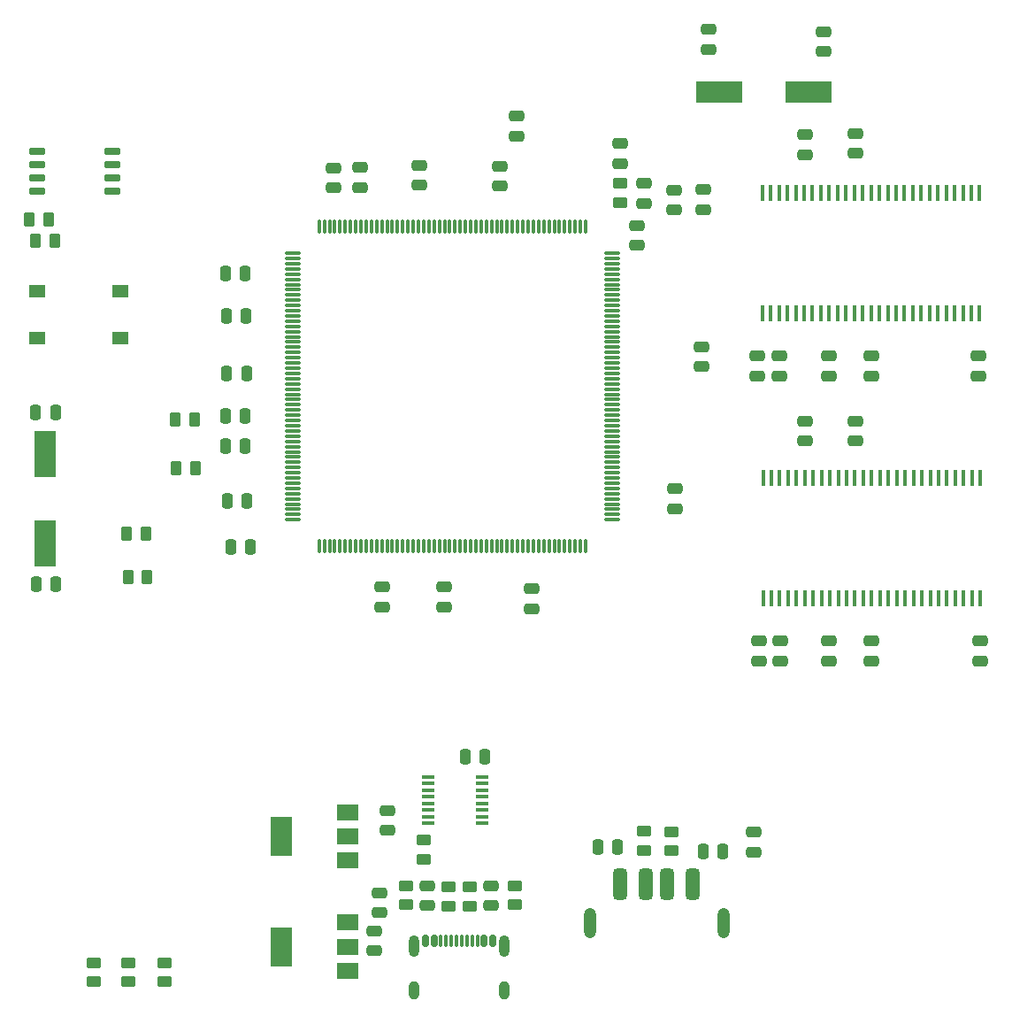
<source format=gbr>
%TF.GenerationSoftware,KiCad,Pcbnew,7.0.10*%
%TF.CreationDate,2024-02-10T01:25:09-05:00*%
%TF.ProjectId,9260-first,39323630-2d66-4697-9273-742e6b696361,rev?*%
%TF.SameCoordinates,Original*%
%TF.FileFunction,Paste,Top*%
%TF.FilePolarity,Positive*%
%FSLAX46Y46*%
G04 Gerber Fmt 4.6, Leading zero omitted, Abs format (unit mm)*
G04 Created by KiCad (PCBNEW 7.0.10) date 2024-02-10 01:25:09*
%MOMM*%
%LPD*%
G01*
G04 APERTURE LIST*
G04 Aperture macros list*
%AMRoundRect*
0 Rectangle with rounded corners*
0 $1 Rounding radius*
0 $2 $3 $4 $5 $6 $7 $8 $9 X,Y pos of 4 corners*
0 Add a 4 corners polygon primitive as box body*
4,1,4,$2,$3,$4,$5,$6,$7,$8,$9,$2,$3,0*
0 Add four circle primitives for the rounded corners*
1,1,$1+$1,$2,$3*
1,1,$1+$1,$4,$5*
1,1,$1+$1,$6,$7*
1,1,$1+$1,$8,$9*
0 Add four rect primitives between the rounded corners*
20,1,$1+$1,$2,$3,$4,$5,0*
20,1,$1+$1,$4,$5,$6,$7,0*
20,1,$1+$1,$6,$7,$8,$9,0*
20,1,$1+$1,$8,$9,$2,$3,0*%
G04 Aperture macros list end*
%ADD10RoundRect,0.250000X0.450000X-0.262500X0.450000X0.262500X-0.450000X0.262500X-0.450000X-0.262500X0*%
%ADD11O,1.200000X2.900000*%
%ADD12RoundRect,0.325000X-0.325000X-1.175000X0.325000X-1.175000X0.325000X1.175000X-0.325000X1.175000X0*%
%ADD13RoundRect,0.250000X-0.475000X0.250000X-0.475000X-0.250000X0.475000X-0.250000X0.475000X0.250000X0*%
%ADD14RoundRect,0.250000X-0.250000X-0.475000X0.250000X-0.475000X0.250000X0.475000X-0.250000X0.475000X0*%
%ADD15RoundRect,0.250000X0.250000X0.475000X-0.250000X0.475000X-0.250000X-0.475000X0.250000X-0.475000X0*%
%ADD16RoundRect,0.250000X0.475000X-0.250000X0.475000X0.250000X-0.475000X0.250000X-0.475000X-0.250000X0*%
%ADD17R,0.458000X1.510000*%
%ADD18RoundRect,0.150000X-0.650000X-0.150000X0.650000X-0.150000X0.650000X0.150000X-0.650000X0.150000X0*%
%ADD19R,1.550000X1.300000*%
%ADD20RoundRect,0.250000X0.262500X0.450000X-0.262500X0.450000X-0.262500X-0.450000X0.262500X-0.450000X0*%
%ADD21RoundRect,0.250000X-0.450000X0.262500X-0.450000X-0.262500X0.450000X-0.262500X0.450000X0.262500X0*%
%ADD22O,1.000000X1.800000*%
%ADD23O,1.000000X2.100000*%
%ADD24RoundRect,0.150000X-0.150000X-0.425000X0.150000X-0.425000X0.150000X0.425000X-0.150000X0.425000X0*%
%ADD25RoundRect,0.075000X-0.075000X-0.500000X0.075000X-0.500000X0.075000X0.500000X-0.075000X0.500000X0*%
%ADD26R,1.200000X0.400000*%
%ADD27R,2.000000X1.500000*%
%ADD28R,2.000000X3.800000*%
%ADD29R,4.500000X2.000000*%
%ADD30R,2.000000X4.500000*%
%ADD31RoundRect,0.038400X-0.711600X-0.121600X0.711600X-0.121600X0.711600X0.121600X-0.711600X0.121600X0*%
%ADD32RoundRect,0.160000X0.000000X-0.590000X0.000000X-0.590000X0.000000X0.590000X0.000000X0.590000X0*%
%ADD33RoundRect,0.250000X-0.262500X-0.450000X0.262500X-0.450000X0.262500X0.450000X-0.262500X0.450000X0*%
G04 APERTURE END LIST*
D10*
%TO.C,R20*%
X90600000Y-113100000D03*
X90600000Y-111275000D03*
%TD*%
%TO.C,R19*%
X93200000Y-113112500D03*
X93200000Y-111287500D03*
%TD*%
D11*
%TO.C,J4*%
X85400000Y-120000000D03*
X98200000Y-120000000D03*
D12*
X88300000Y-116300000D03*
X90800000Y-116300000D03*
X92800000Y-116300000D03*
X95300000Y-116300000D03*
%TD*%
D13*
%TO.C,C53*%
X101100000Y-111350000D03*
X101100000Y-113250000D03*
%TD*%
D14*
%TO.C,C52*%
X86200000Y-112800000D03*
X88100000Y-112800000D03*
%TD*%
D15*
%TO.C,C51*%
X98150000Y-113200000D03*
X96250000Y-113200000D03*
%TD*%
D13*
%TO.C,C22*%
X66040000Y-109286000D03*
X66040000Y-111186000D03*
%TD*%
D15*
%TO.C,C4*%
X52451000Y-71501000D03*
X50551000Y-71501000D03*
%TD*%
%TO.C,C17*%
X75387750Y-104156750D03*
X73487750Y-104156750D03*
%TD*%
%TO.C,C5*%
X52959000Y-84074000D03*
X51059000Y-84074000D03*
%TD*%
D16*
%TO.C,C10*%
X78410000Y-44760000D03*
X78410000Y-42860000D03*
%TD*%
D10*
%TO.C,R9*%
X67818000Y-118284000D03*
X67818000Y-116459000D03*
%TD*%
D16*
%TO.C,C46*%
X122644000Y-67686000D03*
X122644000Y-65786000D03*
%TD*%
%TO.C,C11*%
X93470000Y-51810000D03*
X93470000Y-49910000D03*
%TD*%
%TO.C,C38*%
X112395000Y-94956000D03*
X112395000Y-93056000D03*
%TD*%
D17*
%TO.C,U6*%
X101932000Y-61665000D03*
X102732000Y-61665000D03*
X103532000Y-61665000D03*
X104332000Y-61665000D03*
X105132000Y-61665000D03*
X105932000Y-61665000D03*
X106732000Y-61665000D03*
X107532000Y-61665000D03*
X108332000Y-61665000D03*
X109132000Y-61665000D03*
X109932000Y-61665000D03*
X110732000Y-61665000D03*
X111532000Y-61665000D03*
X112332000Y-61665000D03*
X113132000Y-61665000D03*
X113932000Y-61665000D03*
X114732000Y-61665000D03*
X115532000Y-61665000D03*
X116332000Y-61665000D03*
X117132000Y-61665000D03*
X117932000Y-61665000D03*
X118732000Y-61665000D03*
X119532000Y-61665000D03*
X120332000Y-61665000D03*
X121132000Y-61665000D03*
X121932000Y-61665000D03*
X122732000Y-61665000D03*
X122732000Y-50165000D03*
X121932000Y-50165000D03*
X121132000Y-50165000D03*
X120332000Y-50165000D03*
X119532000Y-50165000D03*
X118732000Y-50165000D03*
X117932000Y-50165000D03*
X117132000Y-50165000D03*
X116332000Y-50165000D03*
X115532000Y-50165000D03*
X114732000Y-50165000D03*
X113932000Y-50165000D03*
X113132000Y-50165000D03*
X112332000Y-50165000D03*
X111532000Y-50165000D03*
X110732000Y-50165000D03*
X109932000Y-50165000D03*
X109132000Y-50165000D03*
X108332000Y-50165000D03*
X107532000Y-50165000D03*
X106732000Y-50165000D03*
X105932000Y-50165000D03*
X105132000Y-50165000D03*
X104332000Y-50165000D03*
X103532000Y-50165000D03*
X102732000Y-50165000D03*
X101932000Y-50165000D03*
%TD*%
D18*
%TO.C,U8*%
X32500000Y-46245000D03*
X32500000Y-47515000D03*
X32500000Y-48785000D03*
X32500000Y-50055000D03*
X39700000Y-50055000D03*
X39700000Y-48785000D03*
X39700000Y-47515000D03*
X39700000Y-46245000D03*
%TD*%
D16*
%TO.C,C43*%
X103594000Y-67681000D03*
X103594000Y-65781000D03*
%TD*%
%TO.C,C21*%
X64770000Y-122677000D03*
X64770000Y-120777000D03*
%TD*%
D19*
%TO.C,SW1*%
X32550000Y-59600000D03*
X40500000Y-59600000D03*
X32550000Y-64100000D03*
X40500000Y-64100000D03*
%TD*%
D20*
%TO.C,R3*%
X34212500Y-54800000D03*
X32387500Y-54800000D03*
%TD*%
D21*
%TO.C,R8*%
X69500000Y-112100000D03*
X69500000Y-113925000D03*
%TD*%
D10*
%TO.C,R11*%
X37973000Y-125650000D03*
X37973000Y-123825000D03*
%TD*%
D13*
%TO.C,C18*%
X65278000Y-117160000D03*
X65278000Y-119060000D03*
%TD*%
%TO.C,C12*%
X89920000Y-53290000D03*
X89920000Y-55190000D03*
%TD*%
%TO.C,C41*%
X110808000Y-44485000D03*
X110808000Y-46385000D03*
%TD*%
D16*
%TO.C,C44*%
X108293000Y-67686000D03*
X108293000Y-65786000D03*
%TD*%
D22*
%TO.C,J2*%
X77218000Y-126460000D03*
D23*
X77218000Y-122280000D03*
D22*
X68578000Y-126460000D03*
D23*
X68578000Y-122280000D03*
D24*
X69698000Y-121705000D03*
X70498000Y-121705000D03*
D25*
X71148000Y-121705000D03*
X72148000Y-121705000D03*
X73648000Y-121705000D03*
X74648000Y-121705000D03*
D24*
X75298000Y-121705000D03*
X76098000Y-121705000D03*
X76098000Y-121705000D03*
X75298000Y-121705000D03*
D25*
X74148000Y-121705000D03*
X73148000Y-121705000D03*
X72648000Y-121705000D03*
X71648000Y-121705000D03*
D24*
X70498000Y-121705000D03*
X69698000Y-121705000D03*
%TD*%
D26*
%TO.C,U4*%
X69926750Y-106061750D03*
X69926750Y-106696750D03*
X69926750Y-107331750D03*
X69926750Y-107966750D03*
X69926750Y-108601750D03*
X69926750Y-109236750D03*
X69926750Y-109871750D03*
X69926750Y-110506750D03*
X75126750Y-110506750D03*
X75126750Y-109871750D03*
X75126750Y-109236750D03*
X75126750Y-108601750D03*
X75126750Y-107966750D03*
X75126750Y-107331750D03*
X75126750Y-106696750D03*
X75126750Y-106061750D03*
%TD*%
D13*
%TO.C,C14*%
X107830000Y-34740000D03*
X107830000Y-36640000D03*
%TD*%
D20*
%TO.C,R2*%
X47592500Y-71900000D03*
X45767500Y-71900000D03*
%TD*%
D27*
%TO.C,U3*%
X62230000Y-124587000D03*
X62230000Y-122287000D03*
D28*
X55930000Y-122287000D03*
D27*
X62230000Y-119987000D03*
%TD*%
D13*
%TO.C,C8*%
X93599000Y-80391000D03*
X93599000Y-78491000D03*
%TD*%
D17*
%TO.C,U5*%
X101995000Y-88935000D03*
X102795000Y-88935000D03*
X103595000Y-88935000D03*
X104395000Y-88935000D03*
X105195000Y-88935000D03*
X105995000Y-88935000D03*
X106795000Y-88935000D03*
X107595000Y-88935000D03*
X108395000Y-88935000D03*
X109195000Y-88935000D03*
X109995000Y-88935000D03*
X110795000Y-88935000D03*
X111595000Y-88935000D03*
X112395000Y-88935000D03*
X113195000Y-88935000D03*
X113995000Y-88935000D03*
X114795000Y-88935000D03*
X115595000Y-88935000D03*
X116395000Y-88935000D03*
X117195000Y-88935000D03*
X117995000Y-88935000D03*
X118795000Y-88935000D03*
X119595000Y-88935000D03*
X120395000Y-88935000D03*
X121195000Y-88935000D03*
X121995000Y-88935000D03*
X122795000Y-88935000D03*
X122795000Y-77435000D03*
X121995000Y-77435000D03*
X121195000Y-77435000D03*
X120395000Y-77435000D03*
X119595000Y-77435000D03*
X118795000Y-77435000D03*
X117995000Y-77435000D03*
X117195000Y-77435000D03*
X116395000Y-77435000D03*
X115595000Y-77435000D03*
X114795000Y-77435000D03*
X113995000Y-77435000D03*
X113195000Y-77435000D03*
X112395000Y-77435000D03*
X111595000Y-77435000D03*
X110795000Y-77435000D03*
X109995000Y-77435000D03*
X109195000Y-77435000D03*
X108395000Y-77435000D03*
X107595000Y-77435000D03*
X106795000Y-77435000D03*
X105995000Y-77435000D03*
X105195000Y-77435000D03*
X104395000Y-77435000D03*
X103595000Y-77435000D03*
X102795000Y-77435000D03*
X101995000Y-77435000D03*
%TD*%
D16*
%TO.C,C37*%
X108331000Y-94956000D03*
X108331000Y-93056000D03*
%TD*%
D20*
%TO.C,R1*%
X47675000Y-76530000D03*
X45850000Y-76530000D03*
%TD*%
D16*
%TO.C,C42*%
X101435000Y-67686000D03*
X101435000Y-65786000D03*
%TD*%
D29*
%TO.C,Y2*%
X97830000Y-40530000D03*
X106330000Y-40530000D03*
%TD*%
D13*
%TO.C,C30*%
X60910000Y-47780000D03*
X60910000Y-49680000D03*
%TD*%
D30*
%TO.C,Y1*%
X33274000Y-83684000D03*
X33274000Y-75184000D03*
%TD*%
D13*
%TO.C,C13*%
X96820000Y-36450000D03*
X96820000Y-34550000D03*
%TD*%
%TO.C,C23*%
X88334000Y-45470000D03*
X88334000Y-47370000D03*
%TD*%
D10*
%TO.C,R7*%
X71882000Y-118411000D03*
X71882000Y-116586000D03*
%TD*%
D31*
%TO.C,U1*%
X56963000Y-55957000D03*
X56963000Y-56457000D03*
X56963000Y-56957000D03*
X56963000Y-57457000D03*
X56963000Y-57957000D03*
X56963000Y-58457000D03*
X56963000Y-58957000D03*
X56963000Y-59457000D03*
X56963000Y-59957000D03*
X56963000Y-60457000D03*
X56963000Y-60957000D03*
X56963000Y-61457000D03*
X56963000Y-61957000D03*
X56963000Y-62457000D03*
X56963000Y-62957000D03*
X56963000Y-63457000D03*
X56963000Y-63957000D03*
X56963000Y-64457000D03*
X56963000Y-64957000D03*
X56963000Y-65457000D03*
X56963000Y-65957000D03*
X56963000Y-66457000D03*
X56963000Y-66957000D03*
X56963000Y-67457000D03*
X56963000Y-67957000D03*
X56963000Y-68457000D03*
X56963000Y-68957000D03*
X56963000Y-69457000D03*
X56963000Y-69957000D03*
X56963000Y-70457000D03*
X56963000Y-70957000D03*
X56963000Y-71457000D03*
X56963000Y-71957000D03*
X56963000Y-72457000D03*
X56963000Y-72957000D03*
X56963000Y-73457000D03*
X56963000Y-73957000D03*
X56963000Y-74457000D03*
X56963000Y-74957000D03*
X56963000Y-75457000D03*
X56963000Y-75957000D03*
X56963000Y-76457000D03*
X56963000Y-76957000D03*
X56963000Y-77457000D03*
X56963000Y-77957000D03*
X56963000Y-78457000D03*
X56963000Y-78957000D03*
X56963000Y-79457000D03*
X56963000Y-79957000D03*
X56963000Y-80457000D03*
X56963000Y-80957000D03*
X56963000Y-81457000D03*
D32*
X59513000Y-84007000D03*
X60013000Y-84007000D03*
X60513000Y-84007000D03*
X61013000Y-84007000D03*
X61513000Y-84007000D03*
X62013000Y-84007000D03*
X62513000Y-84007000D03*
X63013000Y-84007000D03*
X63513000Y-84007000D03*
X64013000Y-84007000D03*
X64513000Y-84007000D03*
X65013000Y-84007000D03*
X65513000Y-84007000D03*
X66013000Y-84007000D03*
X66513000Y-84007000D03*
X67013000Y-84007000D03*
X67513000Y-84007000D03*
X68013000Y-84007000D03*
X68513000Y-84007000D03*
X69013000Y-84007000D03*
X69513000Y-84007000D03*
X70013000Y-84007000D03*
X70513000Y-84007000D03*
X71013000Y-84007000D03*
X71513000Y-84007000D03*
X72013000Y-84007000D03*
X72513000Y-84007000D03*
X73013000Y-84007000D03*
X73513000Y-84007000D03*
X74013000Y-84007000D03*
X74513000Y-84007000D03*
X75013000Y-84007000D03*
X75513000Y-84007000D03*
X76013000Y-84007000D03*
X76513000Y-84007000D03*
X77013000Y-84007000D03*
X77513000Y-84007000D03*
X78013000Y-84007000D03*
X78513000Y-84007000D03*
X79013000Y-84007000D03*
X79513000Y-84007000D03*
X80013000Y-84007000D03*
X80513000Y-84007000D03*
X81013000Y-84007000D03*
X81513000Y-84007000D03*
X82013000Y-84007000D03*
X82513000Y-84007000D03*
X83013000Y-84007000D03*
X83513000Y-84007000D03*
X84013000Y-84007000D03*
X84513000Y-84007000D03*
X85013000Y-84007000D03*
D31*
X87563000Y-81457000D03*
X87563000Y-80957000D03*
X87563000Y-80457000D03*
X87563000Y-79957000D03*
X87563000Y-79457000D03*
X87563000Y-78957000D03*
X87563000Y-78457000D03*
X87563000Y-77957000D03*
X87563000Y-77457000D03*
X87563000Y-76957000D03*
X87563000Y-76457000D03*
X87563000Y-75957000D03*
X87563000Y-75457000D03*
X87563000Y-74957000D03*
X87563000Y-74457000D03*
X87563000Y-73957000D03*
X87563000Y-73457000D03*
X87563000Y-72957000D03*
X87563000Y-72457000D03*
X87563000Y-71957000D03*
X87563000Y-71457000D03*
X87563000Y-70957000D03*
X87563000Y-70457000D03*
X87563000Y-69957000D03*
X87563000Y-69457000D03*
X87563000Y-68957000D03*
X87563000Y-68457000D03*
X87563000Y-67957000D03*
X87563000Y-67457000D03*
X87563000Y-66957000D03*
X87563000Y-66457000D03*
X87563000Y-65957000D03*
X87563000Y-65457000D03*
X87563000Y-64957000D03*
X87563000Y-64457000D03*
X87563000Y-63957000D03*
X87563000Y-63457000D03*
X87563000Y-62957000D03*
X87563000Y-62457000D03*
X87563000Y-61957000D03*
X87563000Y-61457000D03*
X87563000Y-60957000D03*
X87563000Y-60457000D03*
X87563000Y-59957000D03*
X87563000Y-59457000D03*
X87563000Y-58957000D03*
X87563000Y-58457000D03*
X87563000Y-57957000D03*
X87563000Y-57457000D03*
X87563000Y-56957000D03*
X87563000Y-56457000D03*
X87563000Y-55957000D03*
D32*
X85013000Y-53407000D03*
X84513000Y-53407000D03*
X84013000Y-53407000D03*
X83513000Y-53407000D03*
X83013000Y-53407000D03*
X82513000Y-53407000D03*
X82013000Y-53407000D03*
X81513000Y-53407000D03*
X81013000Y-53407000D03*
X80513000Y-53407000D03*
X80013000Y-53407000D03*
X79513000Y-53407000D03*
X79013000Y-53407000D03*
X78513000Y-53407000D03*
X78013000Y-53407000D03*
X77513000Y-53407000D03*
X77013000Y-53407000D03*
X76513000Y-53407000D03*
X76013000Y-53407000D03*
X75513000Y-53407000D03*
X75013000Y-53407000D03*
X74513000Y-53407000D03*
X74013000Y-53407000D03*
X73513000Y-53407000D03*
X73013000Y-53407000D03*
X72513000Y-53407000D03*
X72013000Y-53407000D03*
X71513000Y-53407000D03*
X71013000Y-53407000D03*
X70513000Y-53407000D03*
X70013000Y-53407000D03*
X69513000Y-53407000D03*
X69013000Y-53407000D03*
X68513000Y-53407000D03*
X68013000Y-53407000D03*
X67513000Y-53407000D03*
X67013000Y-53407000D03*
X66513000Y-53407000D03*
X66013000Y-53407000D03*
X65513000Y-53407000D03*
X65013000Y-53407000D03*
X64513000Y-53407000D03*
X64013000Y-53407000D03*
X63513000Y-53407000D03*
X63013000Y-53407000D03*
X62513000Y-53407000D03*
X62013000Y-53407000D03*
X61513000Y-53407000D03*
X61013000Y-53407000D03*
X60513000Y-53407000D03*
X60013000Y-53407000D03*
X59513000Y-53407000D03*
%TD*%
D13*
%TO.C,C32*%
X63390000Y-47770000D03*
X63390000Y-49670000D03*
%TD*%
D16*
%TO.C,C45*%
X112357000Y-67686000D03*
X112357000Y-65786000D03*
%TD*%
%TO.C,C35*%
X101600000Y-94956000D03*
X101600000Y-93056000D03*
%TD*%
D13*
%TO.C,C19*%
X69850000Y-116459000D03*
X69850000Y-118359000D03*
%TD*%
D14*
%TO.C,C16*%
X32440000Y-87610000D03*
X34340000Y-87610000D03*
%TD*%
%TO.C,C15*%
X32380000Y-71200000D03*
X34280000Y-71200000D03*
%TD*%
D15*
%TO.C,C1*%
X52451000Y-57912000D03*
X50551000Y-57912000D03*
%TD*%
%TO.C,C2*%
X52512000Y-61976000D03*
X50612000Y-61976000D03*
%TD*%
D13*
%TO.C,C34*%
X110871000Y-72040000D03*
X110871000Y-73940000D03*
%TD*%
D16*
%TO.C,C39*%
X122809000Y-94956000D03*
X122809000Y-93056000D03*
%TD*%
D10*
%TO.C,R6*%
X73914000Y-118411000D03*
X73914000Y-116586000D03*
%TD*%
D15*
%TO.C,C25*%
X52610000Y-79640000D03*
X50710000Y-79640000D03*
%TD*%
%TO.C,C3*%
X52578000Y-67437000D03*
X50678000Y-67437000D03*
%TD*%
D13*
%TO.C,C7*%
X79883000Y-88077000D03*
X79883000Y-89977000D03*
%TD*%
%TO.C,C6*%
X65532000Y-87884000D03*
X65532000Y-89784000D03*
%TD*%
D14*
%TO.C,C26*%
X50530000Y-74440000D03*
X52430000Y-74440000D03*
%TD*%
D16*
%TO.C,C36*%
X103632000Y-94956000D03*
X103632000Y-93056000D03*
%TD*%
D10*
%TO.C,R10*%
X78229500Y-118284000D03*
X78229500Y-116459000D03*
%TD*%
D33*
%TO.C,R18*%
X31787500Y-52700000D03*
X33612500Y-52700000D03*
%TD*%
D27*
%TO.C,U2*%
X62205000Y-114060000D03*
X62205000Y-111760000D03*
D28*
X55905000Y-111760000D03*
D27*
X62205000Y-109460000D03*
%TD*%
D21*
%TO.C,R14*%
X88310500Y-49256500D03*
X88310500Y-51081500D03*
%TD*%
D16*
%TO.C,C9*%
X96139000Y-66797000D03*
X96139000Y-64897000D03*
%TD*%
%TO.C,C27*%
X71501000Y-89784000D03*
X71501000Y-87884000D03*
%TD*%
D13*
%TO.C,C33*%
X106045000Y-72040000D03*
X106045000Y-73940000D03*
%TD*%
D10*
%TO.C,R13*%
X44704000Y-125650000D03*
X44704000Y-123825000D03*
%TD*%
D16*
%TO.C,C31*%
X69085000Y-49465000D03*
X69085000Y-47565000D03*
%TD*%
D13*
%TO.C,C20*%
X75946000Y-116459000D03*
X75946000Y-118359000D03*
%TD*%
D20*
%TO.C,R4*%
X43030500Y-86950500D03*
X41205500Y-86950500D03*
%TD*%
D13*
%TO.C,C24*%
X90620000Y-49280000D03*
X90620000Y-51180000D03*
%TD*%
D10*
%TO.C,R12*%
X41275000Y-125650000D03*
X41275000Y-123825000D03*
%TD*%
D13*
%TO.C,C28*%
X96240000Y-49880000D03*
X96240000Y-51780000D03*
%TD*%
D20*
%TO.C,R5*%
X42903500Y-82759500D03*
X41078500Y-82759500D03*
%TD*%
D13*
%TO.C,C29*%
X76790000Y-47620000D03*
X76790000Y-49520000D03*
%TD*%
%TO.C,C40*%
X105982000Y-44612000D03*
X105982000Y-46512000D03*
%TD*%
M02*

</source>
